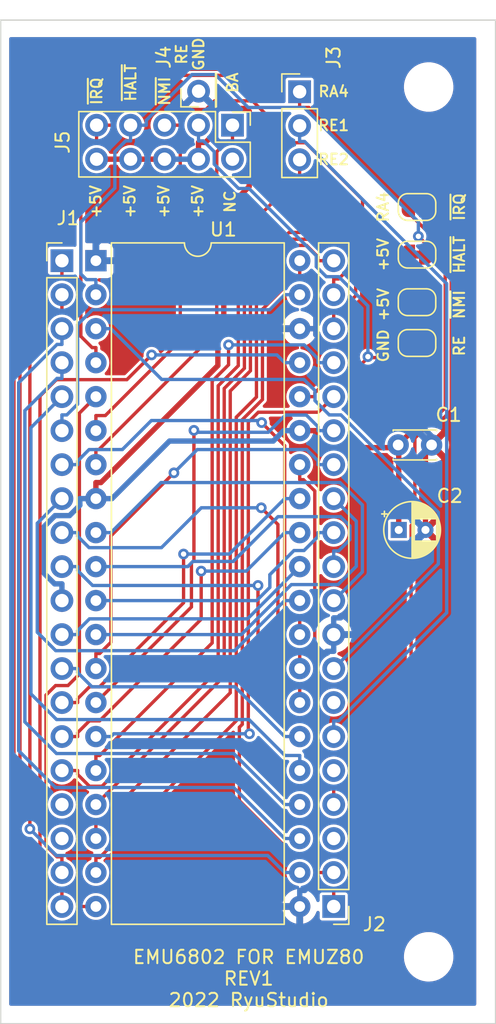
<source format=kicad_pcb>
(kicad_pcb (version 20211014) (generator pcbnew)
  (layers (0 "F.Cu" signal) (31 "B.Cu" signal) (34 "B.Paste" user) (35 "F.Paste" user) (36 "B.SilkS" user "B.Silkscreen") (37 "F.SilkS" user "F.Silkscreen") (38 "B.Mask" user) (39 "F.Mask" user) (44 "Edge.Cuts" user))
  (net 0 "")
  (net 1 "GND")
  (net 2 "/MPU_~{HALT}")
  (net 3 "/RA2")
  (net 4 "/MPU_~{IRQ}")
  (net 5 "/RA1")
  (net 6 "/MPU_~{NMI}")
  (net 7 "/MPU_BA")
  (net 8 "+5V")
  (net 9 "/RB0")
  (net 10 "/RB1")
  (net 11 "/RB2")
  (net 12 "/RB3")
  (net 13 "/RB4")
  (net 14 "/RB5")
  (net 15 "/RB6")
  (net 16 "/RB7")
  (net 17 "/RD0")
  (net 18 "/RD1")
  (net 19 "/RD2")
  (net 20 "/RD3")
  (net 21 "/RD4")
  (net 22 "/RD5")
  (net 23 "/RD6")
  (net 24 "/RD7")
  (net 25 "/RC7")
  (net 26 "/RC6")
  (net 27 "/RC5")
  (net 28 "/RC4")
  (net 29 "/RC3")
  (net 30 "/RC2")
  (net 31 "/RC1")
  (net 32 "/RC0")
  (net 33 "/RA5")
  (net 34 "/MPU_RE")
  (net 35 "/RA0")
  (net 36 "/RA3")
  (net 37 "/RE0")
  (net 38 "/RA4")
  (net 40 "/RE2")
  (net 41 "/z_NMI")
  (net 42 "/z_~{HALT}")
  (net 43 "/z_~{BUSACK}")
  (net 44 "/z_~{BUSREQ}")
  (net 45 "/RE1")
  (net 46 "/z_~{M1}")
  (footprint "Capacitor_THT:CP_Radial_D4.0mm_P2.00mm" (layer "F.Cu") (at 80.5614 88.9)
    (fp_text reference "C2")
    (fp_text value "10u")
  )
  (footprint "Jumper:SolderJumper-2_P1.3mm_Bridged_RoundedPad1.0x1.5mm" (layer "F.Cu") (at 81.93 64.77)
    (fp_text reference "JP4" hide)
    (fp_text value "J_~{IRQ}")
  )
  (footprint "Jumper:SolderJumper-2_P1.3mm_Bridged_RoundedPad1.0x1.5mm" (layer "F.Cu") (at 81.93 68.326)
    (fp_text reference "JP3" hide)
    (fp_text value "J_~{HALT}")
  )
  (footprint "myLibrary:PinHeader_1x20_P2.54mm_Narrow" (layer "F.Cu") (at 75.7 117.04 180)
    (fp_text reference "J2")
    (fp_text value "EMUZ80-B")
  )
  (footprint "Connector_PinHeader_2.54mm:PinHeader_2x05_P2.54mm_Vertical" (layer "F.Cu") (at 68.132 58.654 -90)
    (fp_text reference "J5")
    (fp_text value "Patchbay_MPU")
  )
  (footprint "Capacitor_THT:C_Disc_D3.0mm_W2.0mm_P2.50mm" (layer "F.Cu") (at 80.518 82.55)
    (fp_text reference "C1")
    (fp_text value "0.1u")
  )
  (footprint "Jumper:SolderJumper-2_P1.3mm_Bridged_RoundedPad1.0x1.5mm" (layer "F.Cu") (at 81.93 71.882)
    (fp_text reference "JP2" hide)
    (fp_text value "J_~{NMI}")
  )
  (footprint "MountingHole:MountingHole_3.2mm_M3" (layer "F.Cu") (at 82.8 120.8)
    (fp_text reference "H2" hide)
    (fp_text value "MountingHole" hide)
  )
  (footprint "Jumper:SolderJumper-2_P1.3mm_Bridged_RoundedPad1.0x1.5mm" (layer "F.Cu") (at 81.93 74.93)
    (fp_text reference "JP1" hide)
    (fp_text value "J_RE")
  )
  (footprint "Package_DIP:DIP-40_W15.24mm" (layer "F.Cu") (at 57.92 68.78)
    (fp_text reference "U1")
    (fp_text value "MC6802")
  )
  (footprint "MountingHole:MountingHole_3.2mm_M3" (layer "F.Cu") (at 82.8 55.8)
    (fp_text reference "H1" hide)
    (fp_text value "MountingHole" hide)
  )
  (footprint "Connector_PinHeader_2.54mm:PinHeader_1x01_P2.54mm_Vertical" (layer "F.Cu") (at 65.597 56.114 90)
    (fp_text reference "J4")
    (fp_text value "PatchBay_RE_GND")
  )
  (footprint "myLibrary:PinHeader_1x20_P2.54mm_Narrow" (layer "F.Cu") (at 55.38 68.78)
    (fp_text reference "J1")
    (fp_text value "EMUZ80-A")
  )
  (footprint "Connector_PinHeader_2.54mm:PinHeader_1x03_P2.54mm_Vertical" (layer "F.Cu") (at 73.152 56.154)
    (fp_text reference "J3")
    (fp_text value "Patchbay_PIC")
  )
  (gr_line (start 50.8 125.8) (end 50.8 50.8) (layer "Edge.Cuts") (width 0.1))
  (gr_line (start 50.8 50.8) (end 87.8 50.8) (layer "Edge.Cuts") (width 0.1))
  (gr_line (start 87.8 125.8) (end 50.8 125.8) (layer "Edge.Cuts") (width 0.1))
  (gr_line (start 87.8 50.8) (end 87.8 125.8) (layer "Edge.Cuts") (width 0.1))
  (gr_text "RA4" (at 79.39 64.77 90) (layer "F.SilkS") (effects (font (size 0.8 0.8))))
  (gr_text "RE" (at 85.09 75.138 90) (layer "F.SilkS") (effects (font (size 0.8 0.8))))
  (gr_text "RE" (at 64.327 53.34 90) (layer "F.SilkS") (effects (font (size 0.8 0.8))))
  (gr_text "RA4" (at 75.692 56.134) (layer "F.SilkS") (effects (font (size 0.8 0.8))))
  (gr_text "~{HALT}" (at 60.517 55.479 90) (layer "F.SilkS") (effects (font (size 0.8 0.8))))
  (gr_text "+5V" (at 65.532 64.369 90) (layer "F.SilkS") (effects (font (size 0.8 0.8))))
  (gr_text "+5V" (at 79.405 72.059998 90) (layer "F.SilkS") (effects (font (size 0.8 0.8))))
  (gr_text "+5V" (at 79.39 68.326 90) (layer "F.SilkS") (effects (font (size 0.8 0.8))))
  (gr_text "+5V" (at 62.992 64.369 90) (layer "F.SilkS") (effects (font (size 0.8 0.8))))
  (gr_text "+5V" (at 57.912 64.369 90) (layer "F.SilkS") (effects (font (size 0.8 0.8))))
  (gr_text "GND" (at 65.6 53.34 90) (layer "F.SilkS") (effects (font (size 0.8 0.8))))
  (gr_text "RE2" (at 75.692 61.214) (layer "F.SilkS") (effects (font (size 0.8 0.8))))
  (gr_text "~{IRQ}" (at 57.977 56.114 90) (layer "F.SilkS") (effects (font (size 0.8 0.8))))
  (gr_text "~{HALT}" (at 85.09 68.326 90) (layer "F.SilkS") (effects (font (size 0.8 0.8))))
  (gr_text "~{IRQ}" (at 85.09 64.77 90) (layer "F.SilkS") (effects (font (size 0.8 0.8))))
  (gr_text "+5V" (at 60.452 64.369 90) (layer "F.SilkS") (effects (font (size 0.8 0.8))))
  (gr_text "GND" (at 79.405 75.138 90) (layer "F.SilkS") (effects (font (size 0.8 0.8))))
  (gr_text "NC" (at 67.945 64.369 90) (layer "F.SilkS") (effects (font (size 0.8 0.8))))
  (gr_text "~{NMI}" (at 63.057 56.114 90) (layer "F.SilkS") (effects (font (size 0.8 0.8))))
  (gr_text "~{NMI}" (at 85.09 72.059998 90) (layer "F.SilkS") (effects (font (size 0.8 0.8))))
  (gr_text "BA" (at 68.137 55.479 90) (layer "F.SilkS") (effects (font (size 0.8 0.8))))
  (gr_text "EMU6802 FOR EMUZ80\nREV1\n2022 RyuStudio" (at 69.342 122.428) (layer "F.SilkS") (effects (font (size 1 1))))
  (gr_text "RE1" (at 75.692 58.674) (layer "F.SilkS") (effects (font (size 0.8 0.8))))
  (segment (start 83.018 82.55) (end 82.5614 83.0066) (width 0.4) (layer "F.Cu") (net 1))
  (segment (start 75.1802 75.13) (end 81.08 75.13) (width 0.4) (layer "F.Cu") (net 1))
  (segment (start 74.3603 73.86) (end 74.3603 74.3101) (width 0.4) (layer "F.Cu") (net 1))
  (segment (start 81.08 75.13) (end 81.28 74.93) (width 0.4) (layer "F.Cu") (net 1))
  (segment (start 74.3603 74.3101) (end 75.1802 75.13) (width 0.4) (layer "F.Cu") (net 1))
  (segment (start 73.16 73.86) (end 74.3603 73.86) (width 0.4) (layer "F.Cu") (net 1))
  (segment (start 82.5614 83.0066) (end 82.5614 88.9) (width 0.4) (layer "F.Cu") (net 1))
  (segment (start 68.1143 70.05) (end 61.782 63.7177) (width 0.4) (layer "B.Cu") (net 1))
  (segment (start 75.1802 75.13) (end 76.261 75.13) (width 0.4) (layer "B.Cu") (net 1))
  (segment (start 64.3024 57.4086) (end 64.3024 59.2398) (width 0.4) (layer "B.Cu") (net 1))
  (segment (start 82.5614 88.9) (end 82.5614 89.1264) (width 0.4) (layer "B.Cu") (net 1))
  (segment (start 75.7 96.72) (end 75.7 97.9703) (width 0.4) (layer "B.Cu") (net 1))
  (segment (start 73.6023 70.05) (end 68.1143 70.05) (width 0.4) (layer "B.Cu") (net 1))
  (segment (start 75.1819 97.9703) (end 75.7 97.9703) (width 0.4) (layer "B.Cu") (net 1))
  (segment (start 76.261 75.13) (end 83.018 81.887) (width 0.4) (layer "B.Cu") (net 1))
  (segment (start 64.3024 59.2398) (end 63.5986 59.9436) (width 0.4) (layer "B.Cu") (net 1))
  (segment (start 76.2181 95.4697) (end 75.7 95.4697) (width 0.4) (layer "B.Cu") (net 1))
  (segment (start 74.3603 74.3101) (end 75.1802 75.13) (width 0.4) (layer "B.Cu") (net 1))
  (segment (start 74.3603 115.0146) (end 74.3603 98.7919) (width 0.4) (layer "B.Cu") (net 1))
  (segment (start 83.018 81.887) (end 83.018 82.55) (width 0.4) (layer "B.Cu") (net 1))
  (segment (start 75.7 96.72) (end 75.7 95.4697) (width 0.4) (layer "B.Cu") (net 1))
  (segment (start 65.597 56.114) (end 64.3024 57.4086) (width 0.4) (layer "B.Cu") (net 1))
  (segment (start 74.3603 73.86) (end 74.3603 74.3101) (width 0.4) (layer "B.Cu") (net 1))
  (segment (start 74.3603 98.7919) (end 75.1819 97.9703) (width 0.4) (layer "B.Cu") (net 1))
  (segment (start 73.5352 115.8397) (end 74.3603 115.0146) (width 0.4) (layer "B.Cu") (net 1))
  (segment (start 61.782 60.6278) (end 61.782 63.7177) (width 0.4) (layer "B.Cu") (net 1))
  (segment (start 73.16 73.86) (end 74.2102 73.86) (width 0.4) (layer "B.Cu") (net 1))
  (segment (start 73.16 115.8397) (end 73.5352 115.8397) (width 0.4) (layer "B.Cu") (net 1))
  (segment (start 57.92 68.78) (end 57.92 67.5797) (width 0.4) (layer "B.Cu") (net 1))
  (segment (start 61.782 63.7177) (end 57.92 67.5797) (width 0.4) (layer "B.Cu") (net 1))
  (segment (start 73.16 117.04) (end 73.16 115.8397) (width 0.4) (layer "B.Cu") (net 1))
  (segment (start 63.5986 59.9436) (end 62.4662 59.9436) (width 0.4) (layer "B.Cu") (net 1))
  (segment (start 74.3603 70.808) (end 73.6023 70.05) (width 0.4) (layer "B.Cu") (net 1))
  (segment (start 74.2102 73.86) (end 74.3603 73.86) (width 0.4) (layer "B.Cu") (net 1))
  (segment (start 74.3603 73.86) (end 74.3603 70.808) (width 0.4) (layer "B.Cu") (net 1))
  (segment (start 62.4662 59.9436) (end 61.782 60.6278) (width 0.4) (layer "B.Cu") (net 1))
  (segment (start 82.5614 89.1264) (end 76.2181 95.4697) (width 0.4) (layer "B.Cu") (net 1))
  (segment (start 82.58 67.5093) (end 82.0291 66.9584) (width 0.25) (layer "F.Cu") (net 2))
  (segment (start 82.58 68.326) (end 82.58 67.5093) (width 0.25) (layer "F.Cu") (net 2))
  (via (at 82.0291 66.9584) (size 0.8) (drill 0.4) (layers "F.Cu" "B.Cu") (net 2))
  (segment (start 65.1047 54.8693) (end 66.8473 54.8693) (width 0.25) (layer "B.Cu") (net 2))
  (segment (start 69.3074 57.3294) (end 73.485 57.3294) (width 0.25) (layer "B.Cu") (net 2))
  (segment (start 57.92 71.32) (end 57.92 70.1947) (width 0.25) (layer "B.Cu") (net 2))
  (segment (start 59.3367 60.6372) (end 59.3367 63.3508) (width 0.25) (layer "B.Cu") (net 2))
  (segment (start 60.512 59.2416) (end 60.512 58.654) (width 0.25) (layer "B.Cu") (net 2))
  (segment (start 60.1446 59.8293) (end 59.3367 60.6372) (width 0.25) (layer "B.Cu") (net 2))
  (segment (start 56.7947 65.8928) (end 56.7947 69.7728) (width 0.25) (layer "B.Cu") (net 2))
  (segment (start 73.485 57.3294) (end 82.0291 65.8735) (width 0.25) (layer "B.Cu") (net 2))
  (segment (start 56.7947 69.7728) (end 57.2166 70.1947) (width 0.25) (layer "B.Cu") (net 2))
  (segment (start 60.512 58.654) (end 61.6873 58.654) (width 0.25) (layer "B.Cu") (net 2))
  (segment (start 61.6873 58.654) (end 61.6873 58.2867) (width 0.25) (layer "B.Cu") (net 2))
  (segment (start 66.8473 54.8693) (end 69.3074 57.3294) (width 0.25) (layer "B.Cu") (net 2))
  (segment (start 59.3367 63.3508) (end 56.7947 65.8928) (width 0.25) (layer "B.Cu") (net 2))
  (segment (start 60.512 59.2416) (end 60.512 59.8293) (width 0.25) (layer "B.Cu") (net 2))
  (segment (start 60.512 59.8293) (end 60.1446 59.8293) (width 0.25) (layer "B.Cu") (net 2))
  (segment (start 57.2166 70.1947) (end 57.92 70.1947) (width 0.25) (layer "B.Cu") (net 2))
  (segment (start 61.6873 58.2867) (end 65.1047 54.8693) (width 0.25) (layer "B.Cu") (net 2))
  (segment (start 82.0291 65.8735) (end 82.0291 66.9584) (width 0.25) (layer "B.Cu") (net 2))
  (segment (start 57.92 73.86) (end 59.0453 73.86) (width 0.25) (layer "B.Cu") (net 3))
  (segment (start 83.5231 87.588) (end 76.2397 80.3046) (width 0.25) (layer "B.Cu") (net 3))
  (segment (start 75.7 99.26) (end 83.5231 91.4369) (width 0.25) (layer "B.Cu") (net 3))
  (segment (start 83.5231 91.4369) (end 83.5231 87.588) (width 0.25) (layer "B.Cu") (net 3))
  (segment (start 74.3012 78.4842) (end 73.4712 77.6542) (width 0.25) (layer "B.Cu") (net 3))
  (segment (start 74.3012 79.2372) (end 74.3012 78.4842) (width 0.25) (layer "B.Cu") (net 3))
  (segment (start 73.4712 77.6542) (end 62.8395 77.6542) (width 0.25) (layer "B.Cu") (net 3))
  (segment (start 75.3686 80.3046) (end 74.3012 79.2372) (width 0.25) (layer "B.Cu") (net 3))
  (segment (start 76.2397 80.3046) (end 75.3686 80.3046) (width 0.25) (layer "B.Cu") (net 3))
  (segment (start 62.8395 77.6542) (end 59.0453 73.86) (width 0.25) (layer "B.Cu") (net 3))
  (segment (start 57.972 59.2416) (end 57.972 59.8293) (width 0.25) (layer "F.Cu") (net 4))
  (segment (start 62.5053 54.9287) (end 74.1033 54.9287) (width 0.25) (layer "F.Cu") (net 4))
  (segment (start 57.6047 59.8293) (end 56.7947 60.6393) (width 0.25) (layer "F.Cu") (net 4))
  (segment (start 57.972 59.8293) (end 57.6047 59.8293) (width 0.25) (layer "F.Cu") (net 4))
  (segment (start 59.1473 58.654) (end 59.1473 58.2867) (width 0.25) (layer "F.Cu") (net 4))
  (segment (start 57.92 76.4) (end 57.92 75.2747) (width 0.25) (layer "F.Cu") (net 4))
  (segment (start 82.58 63.4054) (end 82.58 64.77) (width 0.25) (layer "F.Cu") (net 4))
  (segment (start 56.7947 60.6393) (end 56.7947 74.4308) (width 0.25) (layer "F.Cu") (net 4))
  (segment (start 57.972 59.2416) (end 57.972 58.654) (width 0.25) (layer "F.Cu") (net 4))
  (segment (start 74.1033 54.9287) (end 82.58 63.4054) (width 0.25) (layer "F.Cu") (net 4))
  (segment (start 59.1473 58.2867) (end 62.5053 54.9287) (width 0.25) (layer "F.Cu") (net 4))
  (segment (start 57.972 58.654) (end 59.1473 58.654) (width 0.25) (layer "F.Cu") (net 4))
  (segment (start 56.7947 74.4308) (end 57.6386 75.2747) (width 0.25) (layer "F.Cu") (net 4))
  (segment (start 57.6386 75.2747) (end 57.92 75.2747) (width 0.25) (layer "F.Cu") (net 4))
  (segment (start 56.6853 99.6762) (end 56.6853 80.1747) (width 0.25) (layer "F.Cu") (net 5))
  (segment (start 54.1895 112.5015) (end 54.1895 101.2413) (width 0.25) (layer "F.Cu") (net 5))
  (segment (start 55.38 114.5) (end 55.38 113.3247) (width 0.25) (layer "F.Cu") (net 5))
  (segment (start 54.1895 101.2413) (end 54.9008 100.53) (width 0.25) (layer "F.Cu") (net 5))
  (segment (start 56.6853 80.1747) (end 57.92 78.94) (width 0.25) (layer "F.Cu") (net 5))
  (segment (start 54.9008 100.53) (end 55.8315 100.53) (width 0.25) (layer "F.Cu") (net 5))
  (segment (start 55.38 113.3247) (end 55.0127 113.3247) (width 0.25) (layer "F.Cu") (net 5))
  (segment (start 55.8315 100.53) (end 56.6853 99.6762) (width 0.25) (layer "F.Cu") (net 5))
  (segment (start 55.0127 113.3247) (end 54.1895 112.5015) (width 0.25) (layer "F.Cu") (net 5))
  (segment (start 65.0352 57.4787) (end 64.2273 58.2866) (width 0.25) (layer "F.Cu") (net 6))
  (segment (start 77.8498 69.8732) (end 77.8498 64.2167) (width 0.25) (layer "F.Cu") (net 6))
  (segment (start 77.8498 64.2167) (end 73.5971 59.964) (width 0.25) (layer "F.Cu") (net 6))
  (segment (start 63.052 58.654) (end 64.2273 58.654) (width 0.25) (layer "F.Cu") (net 6))
  (segment (start 80.9807 73.0041) (end 77.8498 69.8732) (width 0.25) (layer "F.Cu") (net 6))
  (segment (start 73.5971 59.964) (end 72.7567 59.964) (width 0.25) (layer "F.Cu") (net 6))
  (segment (start 66.1511 57.4787) (end 65.0352 57.4787) (width 0.25) (layer "F.Cu") (net 6))
  (segment (start 57.92 81.48) (end 57.92 80.3547) (width 0.25) (layer "F.Cu") (net 6))
  (segment (start 64.2273 74.7507) (end 58.6233 80.3547) (width 0.25) (layer "F.Cu") (net 6))
  (segment (start 69.6266 56.8339) (end 66.7959 56.8339) (width 0.25) (layer "F.Cu") (net 6))
  (segment (start 82.58 72.3334) (end 81.9093 73.0041) (width 0.25) (layer "F.Cu") (net 6))
  (segment (start 66.7959 56.8339) (end 66.1511 57.4787) (width 0.25) (layer "F.Cu") (net 6))
  (segment (start 82.58 71.882) (end 82.58 72.3334) (width 0.25) (layer "F.Cu") (net 6))
  (segment (start 72.7567 59.964) (end 69.6266 56.8339) (width 0.25) (layer "F.Cu") (net 6))
  (segment (start 64.2273 58.2866) (end 64.2273 58.654) (width 0.25) (layer "F.Cu") (net 6))
  (segment (start 81.9093 73.0041) (end 80.9807 73.0041) (width 0.25) (layer "F.Cu") (net 6))
  (segment (start 58.6233 80.3547) (end 57.92 80.3547) (width 0.25) (layer "F.Cu") (net 6))
  (segment (start 64.2273 58.654) (end 64.2273 74.7507) (width 0.25) (layer "F.Cu") (net 6))
  (segment (start 57.92 84.02) (end 57.92 82.8947) (width 0.25) (layer "F.Cu") (net 7))
  (segment (start 68.132 58.654) (end 68.132 59.8293) (width 0.25) (layer "F.Cu") (net 7))
  (segment (start 66.9567 60.6372) (end 66.9567 74.0796) (width 0.25) (layer "F.Cu") (net 7))
  (segment (start 66.9567 74.0796) (end 58.1416 82.8947) (width 0.25) (layer "F.Cu") (net 7))
  (segment (start 67.7646 59.8293) (end 66.9567 60.6372) (width 0.25) (layer "F.Cu") (net 7))
  (segment (start 68.132 59.8293) (end 67.7646 59.8293) (width 0.25) (layer "F.Cu") (net 7))
  (segment (start 58.1416 82.8947) (end 57.92 82.8947) (width 0.25) (layer "F.Cu") (net 7))
  (segment (start 60.512 61.194) (end 57.972 61.194) (width 0.4) (layer "F.Cu") (net 8))
  (segment (start 80.318 82.75) (end 80.5614 82.9934) (width 0.4) (layer "F.Cu") (net 8))
  (segment (start 67.0391 76.6157) (end 58.2951 85.3597) (width 0.4) (layer "F.Cu") (net 8))
  (segment (start 80.518 82.55) (end 80.318 82.75) (width 0.4) (layer "F.Cu") (net 8))
  (segment (start 80.318 82.75) (end 75.1329 82.75) (width 0.4) (layer "F.Cu") (net 8))
  (segment (start 81.28 71.882) (end 81.28 70.6799) (width 0.4) (layer "F.Cu") (net 8))
  (segment (start 58.2951 85.3597) (end 57.92 85.3597) (width 0.4) (layer "F.Cu") (net 8))
  (segment (start 67.4822 65.1354) (end 67.4822 74.297) (width 0.4) (layer "F.Cu") (net 8))
  (segment (start 65.592 59.9437) (end 66.1101 59.9437) (width 0.4) (layer "F.Cu") (net 8))
  (segment (start 65.592 61.194) (end 65.592 59.9437) (width 0.4) (layer "F.Cu") (net 8))
  (segment (start 67.0391 74.7401) (end 67.0391 76.6157) (width 0.4) (layer "F.Cu") (net 8))
  (segment (start 57.92 86.56) (end 57.92 85.3597) (width 0.4) (layer "F.Cu") (net 8))
  (segment (start 74.3603 81.9774) (end 74.3603 81.48) (width 0.4) (layer "F.Cu") (net 8))
  (segment (start 81.28 70.6799) (end 82.9185 70.6799) (width 0.4) (layer "F.Cu") (net 8))
  (segment (start 69.173 57.4036) (end 69.3824 57.613) (width 0.4) (layer "F.Cu") (net 8))
  (segment (start 69.3824 63.2352) (end 67.4822 65.1354) (width 0.4) (layer "F.Cu") (net 8))
  (segment (start 66.1101 59.9437) (end 66.8816 59.1722) (width 0.4) (layer "F.Cu") (net 8))
  (segment (start 67.1007 57.4036) (end 69.173 57.4036) (width 0.4) (layer "F.Cu") (net 8))
  (segment (start 80.5614 82.9934) (end 80.5614 88.9) (width 0.4) (layer "F.Cu") (net 8))
  (segment (start 75.1329 82.75) (end 74.3603 81.9774) (width 0.4) (layer "F.Cu") (net 8))
  (segment (start 69.3824 57.613) (end 69.3824 63.2352) (width 0.4) (layer "F.Cu") (net 8))
  (segment (start 67.4822 74.297) (end 67.0391 74.7401) (width 0.4) (layer "F.Cu") (net 8))
  (segment (start 73.16 81.48) (end 74.3603 81.48) (width 0.4) (layer "F.Cu") (net 8))
  (segment (start 81.28 70.6799) (end 81.28 68.326) (width 0.4) (layer "F.Cu") (net 8))
  (segment (start 63.052 61.194) (end 60.512 61.194) (width 0.4) (layer "F.Cu") (net 8))
  (segment (start 82.9185 70.6799) (end 83.4945 71.2559) (width 0.4) (layer "F.Cu") (net 8))
  (segment (start 66.8816 57.6227) (end 67.1007 57.4036) (width 0.4) (layer "F.Cu") (net 8))
  (segment (start 66.8816 59.1722) (end 66.8816 57.6227) (width 0.4) (layer "F.Cu") (net 8))
  (segment (start 83.4945 79.5735) (end 80.518 82.55) (width 0.4) (layer "F.Cu") (net 8))
  (segment (start 83.4945 71.2559) (end 83.4945 79.5735) (width 0.4) (layer "F.Cu") (net 8))
  (segment (start 63.4231 82.2572) (end 71.1825 82.2572) (width 0.4) (layer "B.Cu") (net 8))
  (segment (start 71.1825 82.2572) (end 71.9597 81.48) (width 0.4) (layer "B.Cu") (net 8))
  (segment (start 73.16 81.48) (end 71.9597 81.48) (width 0.4) (layer "B.Cu") (net 8))
  (segment (start 54.0722 92.1689) (end 54.0722 88.6218) (width 0.4) (layer "B.Cu") (net 8))
  (segment (start 57.9055 86.56) (end 56.7197 86.56) (width 0.4) (layer "B.Cu") (net 8))
  (segment (start 55.9471 87.83) (end 56.7197 87.0574) (width 0.4) (layer "B.Cu") (net 8))
  (segment (start 55.38 92.9297) (end 54.833 92.9297) (width 0.4) (layer "B.Cu") (net 8))
  (segment (start 56.7197 87.0574) (end 56.7197 86.56) (width 0.4) (layer "B.Cu") (net 8))
  (segment (start 54.0722 88.6218) (end 54.864 87.83) (width 0.4) (layer "B.Cu") (net 8))
  (segment (start 55.38 94.18) (end 55.38 92.9297) (width 0.4) (layer "B.Cu") (net 8))
  (segment (start 54.864 87.83) (end 55.9471 87.83) (width 0.4) (layer "B.Cu") (net 8))
  (segment (start 57.92 86.56) (end 59.1203 86.56) (width 0.4) (layer "B.Cu") (net 8))
  (segment (start 65.592 61.194) (end 63.052 61.194) (width 0.4) (layer "B.Cu") (net 8))
  (segment (start 54.833 92.9297) (end 54.0722 92.1689) (width 0.4) (layer "B.Cu") (net 8))
  (segment (start 59.1203 86.56) (end 63.4231 82.2572) (width 0.4) (layer "B.Cu") (net 8))
  (segment (start 57.9055 86.56) (end 57.92 86.56) (width 0.4) (layer "B.Cu") (net 8))
  (segment (start 77.8426 87.0345) (end 77.8426 92.0374) (width 0.25) (layer "B.Cu") (net 9))
  (segment (start 77.8426 92.0374) (end 75.7 94.18) (width 0.25) (layer "B.Cu") (net 9))
  (segment (start 76.1671 85.359) (end 77.8426 87.0345) (width 0.25) (layer "B.Cu") (net 9))
  (segment (start 62.7863 85.359) (end 76.1671 85.359) (width 0.25) (layer "B.Cu") (net 9))
  (segment (start 59.0453 89.1) (end 62.7863 85.359) (width 0.25) (layer "B.Cu") (net 9))
  (segment (start 57.92 89.1) (end 59.0453 89.1) (width 0.25) (layer "B.Cu") (net 9))
  (segment (start 68.1902 91.2502) (end 65.1768 91.2502) (width 0.25) (layer "B.Cu") (net 10))
  (segment (start 76.2112 87.9089) (end 71.5315 87.9089) (width 0.25) (layer "B.Cu") (net 10))
  (segment (start 57.92 91.64) (end 59.0453 91.64) (width 0.25) (layer "B.Cu") (net 10))
  (segment (start 65.1768 91.2502) (end 64.787 91.64) (width 0.25) (layer "B.Cu") (net 10))
  (segment (start 64.787 91.64) (end 59.0453 91.64) (width 0.25) (layer "B.Cu") (net 10))
  (segment (start 71.5315 87.9089) (end 68.1902 91.2502) (width 0.25) (layer "B.Cu") (net 10))
  (segment (start 75.7 90.4647) (end 76.0673 90.4647) (width 0.25) (layer "B.Cu") (net 10))
  (segment (start 76.0673 90.4647) (end 76.9113 89.6207) (width 0.25) (layer "B.Cu") (net 10))
  (segment (start 76.9113 89.6207) (end 76.9113 88.609) (width 0.25) (layer "B.Cu") (net 10))
  (segment (start 75.7 91.64) (end 75.7 90.4647) (width 0.25) (layer "B.Cu") (net 10))
  (segment (start 76.9113 88.609) (end 76.2112 87.9089) (width 0.25) (layer "B.Cu") (net 10))
  (segment (start 59.0453 94.18) (end 69.936 94.18) (width 0.25) (layer "B.Cu") (net 11))
  (segment (start 70.9257 92.2413) (end 72.7282 90.4388) (width 0.25) (layer "B.Cu") (net 11))
  (segment (start 72.7282 90.4388) (end 73.4801 90.4388) (width 0.25) (layer "B.Cu") (net 11))
  (segment (start 75.7 89.1) (end 74.5247 89.1) (width 0.25) (layer "B.Cu") (net 11))
  (segment (start 74.5247 89.3942) (end 74.5247 89.1) (width 0.25) (layer "B.Cu") (net 11))
  (segment (start 73.4801 90.4388) (end 74.5247 89.3942) (width 0.25) (layer "B.Cu") (net 11))
  (segment (start 69.936 94.18) (end 70.9257 93.1903) (width 0.25) (layer "B.Cu") (net 11))
  (segment (start 57.92 94.18) (end 59.0453 94.18) (width 0.25) (layer "B.Cu") (net 11))
  (segment (start 70.9257 93.1903) (end 70.9257 92.2413) (width 0.25) (layer "B.Cu") (net 11))
  (segment (start 72.5332 92.9839) (end 68.7971 96.72) (width 0.25) (layer "B.Cu") (net 12))
  (segment (start 76.0225 92.9839) (end 72.5332 92.9839) (width 0.25) (layer "B.Cu") (net 12))
  (segment (start 68.7971 96.72) (end 59.0453 96.72) (width 0.25) (layer "B.Cu") (net 12))
  (segment (start 77.3891 88.2491) (end 77.3891 91.6173) (width 0.25) (layer "B.Cu") (net 12))
  (segment (start 75.7 86.56) (end 77.3891 88.2491) (width 0.25) (layer "B.Cu") (net 12))
  (segment (start 57.92 96.72) (end 59.0453 96.72) (width 0.25) (layer "B.Cu") (net 12))
  (segment (start 77.3891 91.6173) (end 76.0225 92.9839) (width 0.25) (layer "B.Cu") (net 12))
  (segment (start 59.0453 89.3419) (end 59.0453 97.2908) (width 0.25) (layer "F.Cu") (net 13))
  (segment (start 59.0453 97.2908) (end 58.2014 98.1347) (width 0.25) (layer "F.Cu") (net 13))
  (segment (start 57.92 99.26) (end 57.92 98.1347) (width 0.25) (layer "F.Cu") (net 13))
  (segment (start 63.7543 84.6329) (end 59.0453 89.3419) (width 0.25) (layer "F.Cu") (net 13))
  (segment (start 58.2014 98.1347) (end 57.92 98.1347) (width 0.25) (layer "F.Cu") (net 13))
  (via (at 63.7543 84.6329) (size 0.8) (drill 0.4) (layers "F.Cu" "B.Cu") (net 13))
  (segment (start 74.5247 84.02) (end 74.5247 83.7381) (width 0.25) (layer "B.Cu") (net 13))
  (segment (start 73.6793 82.8927) (end 65.4945 82.8927) (width 0.25) (layer "B.Cu") (net 13))
  (segment (start 65.4945 82.8927) (end 63.7543 84.6329) (width 0.25) (layer "B.Cu") (net 13))
  (segment (start 74.5247 83.7381) (end 73.6793 82.8927) (width 0.25) (layer "B.Cu") (net 13))
  (segment (start 75.7 84.02) (end 74.5247 84.02) (width 0.25) (layer "B.Cu") (net 13))
  (segment (start 65.0629 91.3641) (end 65.0629 94.6571) (width 0.25) (layer "F.Cu") (net 14))
  (segment (start 65.0629 94.6571) (end 57.92 101.8) (width 0.25) (layer "F.Cu") (net 14))
  (segment (start 65.2494 91.1776) (end 65.0629 91.3641) (width 0.25) (layer "F.Cu") (net 14))
  (segment (start 65.2494 81.4569) (end 65.2494 91.1776) (width 0.25) (layer "F.Cu") (net 14))
  (via (at 65.2494 81.4569) (size 0.8) (drill 0.4) (layers "F.Cu" "B.Cu") (net 14))
  (segment (start 65.2494 81.4569) (end 65.3958 81.6033) (width 0.25) (layer "B.Cu") (net 14))
  (segment (start 70.8083 81.6033) (end 72.0977 80.3139) (width 0.25) (layer "B.Cu") (net 14))
  (segment (start 75.7 81.48) (end 74.5247 81.48) (width 0.25) (layer "B.Cu") (net 14))
  (segment (start 74.5247 81.1884) (end 74.5247 81.48) (width 0.25) (layer "B.Cu") (net 14))
  (segment (start 73.6502 80.3139) (end 74.5247 81.1884) (width 0.25) (layer "B.Cu") (net 14))
  (segment (start 72.0977 80.3139) (end 73.6502 80.3139) (width 0.25) (layer "B.Cu") (net 14))
  (segment (start 65.3958 81.6033) (end 70.8083 81.6033) (width 0.25) (layer "B.Cu") (net 14))
  (segment (start 75.7 78.94) (end 74.5362 80.1038) (width 0.25) (layer "F.Cu") (net 15))
  (segment (start 70.0611 80.1038) (end 69.3147 80.8502) (width 0.25) (layer "F.Cu") (net 15))
  (segment (start 69.3147 80.8502) (end 69.3147 104.0442) (width 0.25) (layer "F.Cu") (net 15))
  (segment (start 74.5362 80.1038) (end 70.0611 80.1038) (width 0.25) (layer "F.Cu") (net 15))
  (segment (start 69.3147 104.0442) (end 69.402 104.1315) (width 0.25) (layer "F.Cu") (net 15))
  (via (at 69.402 104.1315) (size 0.8) (drill 0.4) (layers "F.Cu" "B.Cu") (net 15))
  (segment (start 59.2538 104.1315) (end 69.402 104.1315) (width 0.25) (layer "B.Cu") (net 15))
  (segment (start 59.0453 104.34) (end 59.2538 104.1315) (width 0.25) (layer "B.Cu") (net 15))
  (segment (start 57.92 104.34) (end 59.0453 104.34) (width 0.25) (layer "B.Cu") (net 15))
  (segment (start 57.92 106.88) (end 57.92 105.7547) (width 0.25) (layer "F.Cu") (net 16))
  (segment (start 67.8394 76.5584) (end 66.6129 77.7849) (width 0.25) (layer "F.Cu") (net 16))
  (segment (start 66.6129 77.7849) (end 66.6129 97.3431) (width 0.25) (layer "F.Cu") (net 16))
  (segment (start 67.8394 75.0715) (end 67.8394 76.5584) (width 0.25) (layer "F.Cu") (net 16))
  (segment (start 58.2013 105.7547) (end 57.92 105.7547) (width 0.25) (layer "F.Cu") (net 16))
  (segment (start 66.6129 97.3431) (end 58.2013 105.7547) (width 0.25) (layer "F.Cu") (net 16))
  (via (at 67.8394 75.0715) (size 0.8) (drill 0.4) (layers "F.Cu" "B.Cu") (net 16))
  (segment (start 74.5247 76.4) (end 74.5247 76.1062) (width 0.25) (layer "B.Cu") (net 16))
  (segment (start 74.5247 76.1062) (end 73.49 75.0715) (width 0.25) (layer "B.Cu") (net 16))
  (segment (start 75.7 76.4) (end 74.5247 76.4) (width 0.25) (layer "B.Cu") (net 16))
  (segment (start 73.49 75.0715) (end 67.8394 75.0715) (width 0.25) (layer "B.Cu") (net 16))
  (segment (start 75.9009 66.6688) (end 72.3602 66.6688) (width 0.25) (layer "F.Cu") (net 17))
  (segment (start 69.0222 70.0068) (end 69.0222 76.8212) (width 0.25) (layer "F.Cu") (net 17))
  (segment (start 69.0222 76.8212) (end 67.5135 78.3299) (width 0.25) (layer "F.Cu") (net 17))
  (segment (start 77.3425 68.1104) (end 75.9009 66.6688) (width 0.25) (layer "F.Cu") (net 17))
  (segment (start 75.7 73.86) (end 75.7 72.6847) (width 0.25) (layer "F.Cu") (net 17))
  (segment (start 67.5135 78.3299) (end 67.5135 99.8265) (width 0.25) (layer "F.Cu") (net 17))
  (segment (start 67.5135 99.8265) (end 57.92 109.42) (width 0.25) (layer "F.Cu") (net 17))
  (segment (start 77.3425 71.4095) (end 77.3425 68.1104) (width 0.25) (layer "F.Cu") (net 17))
  (segment (start 76.0673 72.6847) (end 77.3425 71.4095) (width 0.25) (layer "F.Cu") (net 17))
  (segment (start 72.3602 66.6688) (end 69.0222 70.0068) (width 0.25) (layer "F.Cu") (net 17))
  (segment (start 75.7 72.6847) (end 76.0673 72.6847) (width 0.25) (layer "F.Cu") (net 17))
  (segment (start 75.7 71.32) (end 75.7 70.1447) (width 0.25) (layer "F.Cu") (net 18))
  (segment (start 69.4725 77.0078) (end 67.9638 78.5165) (width 0.25) (layer "F.Cu") (net 18))
  (segment (start 75.7 70.1447) (end 76.0673 70.1447) (width 0.25) (layer "F.Cu") (net 18))
  (segment (start 72.4905 67.1754) (end 69.4725 70.1934) (width 0.25) (layer "F.Cu") (net 18))
  (segment (start 67.9638 78.5165) (end 67.9638 101.0722) (width 0.25) (layer "F.Cu") (net 18))
  (segment (start 69.4725 70.1934) (end 69.4725 77.0078) (width 0.25) (layer "F.Cu") (net 18))
  (segment (start 58.2013 110.8347) (end 57.92 110.8347) (width 0.25) (layer "F.Cu") (net 18))
  (segment (start 76.0673 70.1447) (end 76.8922 69.3198) (width 0.25) (layer "F.Cu") (net 18))
  (segment (start 76.8922 69.3198) (end 76.8922 68.297) (width 0.25) (layer "F.Cu") (net 18))
  (segment (start 75.7706 67.1754) (end 72.4905 67.1754) (width 0.25) (layer "F.Cu") (net 18))
  (segment (start 76.8922 68.297) (end 75.7706 67.1754) (width 0.25) (layer "F.Cu") (net 18))
  (segment (start 57.92 111.96) (end 57.92 110.8347) (width 0.25) (layer "F.Cu") (net 18))
  (segment (start 67.9638 101.0722) (end 58.2013 110.8347) (width 0.25) (layer "F.Cu") (net 18))
  (segment (start 68.4141 103.162) (end 58.2014 113.3747) (width 0.25) (layer "F.Cu") (net 19))
  (segment (start 74.5247 68.78) (end 74.5247 68.4941) (width 0.25) (layer "F.Cu") (net 19))
  (segment (start 69.9228 70.38) (end 69.9228 78.9683) (width 0.25) (layer "F.Cu") (net 19))
  (segment (start 74.5247 68.4941) (end 73.6661 67.6355) (width 0.25) (layer "F.Cu") (net 19))
  (segment (start 69.9228 78.9683) (end 68.4141 80.477) (width 0.25) (layer "F.Cu") (net 19))
  (segment (start 57.92 114.5) (end 57.92 113.3747) (width 0.25) (layer "F.Cu") (net 19))
  (segment (start 75.7 68.78) (end 74.5247 68.78) (width 0.25) (layer "F.Cu") (net 19))
  (segment (start 58.2014 113.3747) (end 57.92 113.3747) (width 0.25) (layer "F.Cu") (net 19))
  (segment (start 68.4141 80.477) (end 68.4141 103.162) (width 0.25) (layer "F.Cu") (net 19))
  (segment (start 73.6661 67.6355) (end 72.6673 67.6355) (width 0.25) (layer "F.Cu") (net 19))
  (segment (start 72.6673 67.6355) (end 69.9228 70.38) (width 0.25) (layer "F.Cu") (net 19))
  (segment (start 55.8617 118.2543) (end 56.7947 117.3213) (width 0.25) (layer "F.Cu") (net 20))
  (segment (start 55.38 69.9553) (end 55.0127 69.9553) (width 0.25) (layer "F.Cu") (net 20))
  (segment (start 52.2428 72.7252) (end 52.2428 115.5719) (width 0.25) (layer "F.Cu") (net 20))
  (segment (start 57.92 117.04) (end 56.7947 117.04) (width 0.25) (layer "F.Cu") (net 20))
  (segment (start 52.2428 115.5719) (end 54.9252 118.2543) (width 0.25) (layer "F.Cu") (net 20))
  (segment (start 55.0127 69.9553) (end 52.2428 72.7252) (width 0.25) (layer "F.Cu") (net 20))
  (segment (start 54.9252 118.2543) (end 55.8617 118.2543) (width 0.25) (layer "F.Cu") (net 20))
  (segment (start 55.38 68.78) (end 55.38 69.9553) (width 0.25) (layer "F.Cu") (net 20))
  (segment (start 56.7947 117.3213) (end 56.7947 117.04) (width 0.25) (layer "F.Cu") (net 20))
  (segment (start 55.0127 72.4953) (end 52.9839 74.5241) (width 0.25) (layer "F.Cu") (net 21))
  (segment (start 52.9839 74.5241) (end 52.9839 111.2395) (width 0.25) (layer "F.Cu") (net 21))
  (segment (start 55.38 72.4953) (end 55.0127 72.4953) (width 0.25) (layer "F.Cu") (net 21))
  (segment (start 55.38 71.32) (end 55.38 72.4953) (width 0.25) (layer "F.Cu") (net 21))
  (via (at 52.9839 111.2395) (size 0.8) (drill 0.4) (layers "F.Cu" "B.Cu") (net 21))
  (segment (start 52.9839 111.2395) (end 54.9744 113.23) (width 0.25) (layer "B.Cu") (net 21))
  (segment (start 73.16 114.5) (end 72.0347 114.5) (width 0.25) (layer "B.Cu") (net 21))
  (segment (start 54.9744 113.23) (end 70.7647 113.23) (width 0.25) (layer "B.Cu") (net 21))
  (segment (start 70.7647 113.23) (end 72.0347 114.5) (width 0.25) (layer "B.Cu") (net 21))
  (segment (start 73.16 111.96) (end 72.0347 111.96) (width 0.25) (layer "B.Cu") (net 22))
  (segment (start 52.1427 105.394) (end 54.8987 108.15) (width 0.25) (layer "B.Cu") (net 22))
  (segment (start 52.1427 77.9053) (end 52.1427 105.394) (width 0.25) (layer "B.Cu") (net 22))
  (segment (start 54.8987 108.15) (end 68.2247 108.15) (width 0.25) (layer "B.Cu") (net 22))
  (segment (start 68.2247 108.15) (end 72.0347 111.96) (width 0.25) (layer "B.Cu") (net 22))
  (segment (start 55.38 73.86) (end 55.38 75.0353) (width 0.25) (layer "B.Cu") (net 22))
  (segment (start 55.38 75.0353) (end 55.0127 75.0353) (width 0.25) (layer "B.Cu") (net 22))
  (segment (start 55.0127 75.0353) (end 52.1427 77.9053) (width 0.25) (layer "B.Cu") (net 22))
  (segment (start 54.9745 105.61) (end 52.6107 103.2462) (width 0.25) (layer "B.Cu") (net 23))
  (segment (start 55.0127 77.5753) (end 55.38 77.5753) (width 0.25) (layer "B.Cu") (net 23))
  (segment (start 52.6107 103.2462) (end 52.6107 79.9773) (width 0.25) (layer "B.Cu") (net 23))
  (segment (start 73.16 109.42) (end 72.0347 109.42) (width 0.25) (layer "B.Cu") (net 23))
  (segment (start 52.6107 79.9773) (end 55.0127 77.5753) (width 0.25) (layer "B.Cu") (net 23))
  (segment (start 55.38 76.4) (end 55.38 77.5753) (width 0.25) (layer "B.Cu") (net 23))
  (segment (start 72.0347 109.42) (end 68.2247 105.61) (width 0.25) (layer "B.Cu") (net 23))
  (segment (start 68.2247 105.61) (end 54.9745 105.61) (width 0.25) (layer "B.Cu") (net 23))
  (segment (start 73.16 106.88) (end 73.16 105.7547) (width 0.25) (layer "B.Cu") (net 24))
  (segment (start 72.0513 105.7547) (end 73.16 105.7547) (width 0.25) (layer "B.Cu") (net 24))
  (segment (start 54.9809 103.07) (end 69.3666 103.07) (width 0.25) (layer "B.Cu") (net 24))
  (segment (start 53.061 81.259) (end 53.061 101.1501) (width 0.25) (layer "B.Cu") (net 24))
  (segment (start 69.3666 103.07) (end 72.0513 105.7547) (width 0.25) (layer "B.Cu") (net 24))
  (segment (start 55.38 78.94) (end 53.061 81.259) (width 0.25) (layer "B.Cu") (net 24))
  (segment (start 53.061 101.1501) (end 54.9809 103.07) (width 0.25) (layer "B.Cu") (net 24))
  (segment (start 56.5553 99.26) (end 56.5553 99.5539) (width 0.25) (layer "B.Cu") (net 25))
  (segment (start 73.16 104.34) (end 72.0347 104.34) (width 0.25) (layer "B.Cu") (net 25))
  (segment (start 57.6233 100.6219) (end 68.3166 100.6219) (width 0.25) (layer "B.Cu") (net 25))
  (segment (start 68.3166 100.6219) (end 72.0347 104.34) (width 0.25) (layer "B.Cu") (net 25))
  (segment (start 56.5553 99.5539) (end 57.6233 100.6219) (width 0.25) (layer "B.Cu") (net 25))
  (segment (start 55.38 99.26) (end 56.5553 99.26) (width 0.25) (layer "B.Cu") (net 25))
  (segment (start 72.8787 100.6747) (end 73.16 100.6747) (width 0.25) (layer "F.Cu") (net 26))
  (segment (start 70.04 97.836) (end 72.8787 100.6747) (width 0.25) (layer "F.Cu") (net 26))
  (segment (start 73.16 101.8) (end 73.16 100.6747) (width 0.25) (layer "F.Cu") (net 26))
  (segment (start 70.04 93.0502) (end 70.04 97.836) (width 0.25) (layer "F.Cu") (net 26))
  (via (at 70.04 93.0502) (size 0.8) (drill 0.4) (layers "F.Cu" "B.Cu") (net 26))
  (segment (start 56.5553 91.64) (end 56.5553 91.9338) (width 0.25) (layer "B.Cu") (net 26))
  (segment (start 55.38 91.64) (end 56.5553 91.64) (width 0.25) (layer "B.Cu") (net 26))
  (segment (start 57.6717 93.0502) (end 70.04 93.0502) (width 0.25) (layer "B.Cu") (net 26))
  (segment (start 56.5553 91.9338) (end 57.6717 93.0502) (width 0.25) (layer "B.Cu") (net 26))
  (segment (start 71.5282 88.4891) (end 71.5282 96.7843) (width 0.25) (layer "F.Cu") (net 27))
  (segment (start 73.16 99.26) (end 73.16 98.1347) (width 0.25) (layer "F.Cu") (net 27))
  (segment (start 71.5282 96.7843) (end 72.8786 98.1347) (width 0.25) (layer "F.Cu") (net 27))
  (segment (start 70.2835 87.2444) (end 71.5282 88.4891) (width 0.25) (layer "F.Cu") (net 27))
  (segment (start 72.8786 98.1347) (end 73.16 98.1347) (width 0.25) (layer "F.Cu") (net 27))
  (via (at 70.2835 87.2444) (size 0.8) (drill 0.4) (layers "F.Cu" "B.Cu") (net 27))
  (segment (start 65.7996 87.2444) (end 70.2835 87.2444) (width 0.25) (layer "B.Cu") (net 27))
  (segment (start 57.4117 90.2254) (end 62.8186 90.2254) (width 0.25) (layer "B.Cu") (net 27))
  (segment (start 56.5553 89.1) (end 56.5553 89.369) (width 0.25) (layer "B.Cu") (net 27))
  (segment (start 55.38 89.1) (end 56.5553 89.1) (width 0.25) (layer "B.Cu") (net 27))
  (segment (start 62.8186 90.2254) (end 65.7996 87.2444) (width 0.25) (layer "B.Cu") (net 27))
  (segment (start 56.5553 89.369) (end 57.4117 90.2254) (width 0.25) (layer "B.Cu") (net 27))
  (segment (start 72.0347 82.6001) (end 72.0347 94.7508) (width 0.25) (layer "F.Cu") (net 28))
  (segment (start 73.16 96.72) (end 73.16 95.5947) (width 0.25) (layer "F.Cu") (net 28))
  (segment (start 70.3126 80.878) (end 72.0347 82.6001) (width 0.25) (layer "F.Cu") (net 28))
  (segment (start 72.0347 94.7508) (end 72.8786 95.5947) (width 0.25) (layer "F.Cu") (net 28))
  (segment (start 72.8786 95.5947) (end 73.16 95.5947) (width 0.25) (layer "F.Cu") (net 28))
  (via (at 70.3126 80.878) (size 0.8) (drill 0.4) (layers "F.Cu" "B.Cu") (net 28))
  (segment (start 59.8967 82.8946) (end 62.0671 80.7242) (width 0.25) (layer "B.Cu") (net 28))
  (segment (start 55.38 84.02) (end 56.5553 84.02) (width 0.25) (layer "B.Cu") (net 28))
  (segment (start 57.4117 82.8946) (end 59.8967 82.8946) (width 0.25) (layer "B.Cu") (net 28))
  (segment (start 56.5553 83.751) (end 57.4117 82.8946) (width 0.25) (layer "B.Cu") (net 28))
  (segment (start 56.5553 84.02) (end 56.5553 83.751) (width 0.25) (layer "B.Cu") (net 28))
  (segment (start 62.0671 80.7242) (end 70.1588 80.7242) (width 0.25) (layer "B.Cu") (net 28))
  (segment (start 70.1588 80.7242) (end 70.3126 80.878) (width 0.25) (layer "B.Cu") (net 28))
  (segment (start 73.16 94.18) (end 72.0347 94.18) (width 0.25) (layer "B.Cu") (net 29))
  (segment (start 68.2921 97.9226) (end 72.0347 94.18) (width 0.25) (layer "B.Cu") (net 29))
  (segment (start 54.9184 97.9226) (end 68.2921 97.9226) (width 0.25) (layer "B.Cu") (net 29))
  (segment (start 53.5369 96.5411) (end 54.9184 97.9226) (width 0.25) (layer "B.Cu") (net 29))
  (segment (start 53.5369 88.4031) (end 53.5369 96.5411) (width 0.25) (layer "B.Cu") (net 29))
  (segment (start 55.38 86.56) (end 53.5369 88.4031) (width 0.25) (layer "B.Cu") (net 29))
  (segment (start 56.5553 96.4261) (end 57.4367 95.5447) (width 0.25) (layer "B.Cu") (net 30))
  (segment (start 57.4367 95.5447) (end 69.2553 95.5447) (width 0.25) (layer "B.Cu") (net 30))
  (segment (start 69.2553 95.5447) (end 73.16 91.64) (width 0.25) (layer "B.Cu") (net 30))
  (segment (start 55.38 96.72) (end 56.5553 96.72) (width 0.25) (layer "B.Cu") (net 30))
  (segment (start 56.5553 96.72) (end 56.5553 96.4261) (width 0.25) (layer "B.Cu") (net 30))
  (segment (start 57.4367 103.1647) (end 58.1972 103.1647) (width 0.25) (layer "F.Cu") (net 31))
  (segment (start 56.5553 104.0461) (end 57.4367 103.1647) (width 0.25) (layer "F.Cu") (net 31))
  (segment (start 56.5553 104.34) (end 56.5553 104.0461) (width 0.25) (layer "F.Cu") (net 31))
  (segment (start 55.38 104.34) (end 56.5553 104.34) (width 0.25) (layer "F.Cu") (net 31))
  (segment (start 58.1972 103.1647) (end 65.7919 95.57) (width 0.25) (layer "F.Cu") (net 31))
  (segment (start 65.7919 95.57) (end 65.7919 91.9755) (width 0.25) (layer "F.Cu") (net 31))
  (via (at 65.7919 91.9755) (size 0.8) (drill 0.4) (layers "F.Cu" "B.Cu") (net 31))
  (segment (start 72.0347 89.1) (end 69.1592 91.9755) (width 0.25) (layer "B.Cu") (net 31))
  (segment (start 73.16 89.1) (end 72.0347 89.1) (width 0.25) (layer "B.Cu") (net 31))
  (segment (start 69.1592 91.9755) (end 65.7919 91.9755) (width 0.25) (layer "B.Cu") (net 31))
  (segment (start 55.38 101.8) (end 56.5553 101.8) (width 0.25) (layer "F.Cu") (net 32))
  (segment (start 57.4367 100.6247) (end 56.5553 101.5061) (width 0.25) (layer "F.Cu") (net 32))
  (segment (start 58.1934 100.6247) (end 57.4367 100.6247) (width 0.25) (layer "F.Cu") (net 32))
  (segment (start 56.5553 101.5061) (end 56.5553 101.8) (width 0.25) (layer "F.Cu") (net 32))
  (segment (start 64.4751 90.7012) (end 64.4751 94.343) (width 0.25) (layer "F.Cu") (net 32))
  (segment (start 64.4751 94.343) (end 58.1934 100.6247) (width 0.25) (layer "F.Cu") (net 32))
  (via (at 64.4751 90.7012) (size 0.8) (drill 0.4) (layers "F.Cu" "B.Cu") (net 32))
  (segment (start 64.4751 90.7012) (end 67.8935 90.7012) (width 0.25) (layer "B.Cu") (net 32))
  (segment (start 67.8935 90.7012) (end 72.0347 86.56) (width 0.25) (layer "B.Cu") (net 32))
  (segment (start 73.16 86.56) (end 72.0347 86.56) (width 0.25) (layer "B.Cu") (net 32))
  (segment (start 75.2163 113.23) (end 74.2853 112.299) (width 0.25) (layer "F.Cu") (net 33))
  (segment (start 76.0673 115.8647) (end 76.9088 115.0232) (width 0.25) (layer "F.Cu") (net 33))
  (segment (start 74.2853 85.9892) (end 73.4414 85.1453) (width 0.25) (layer "F.Cu") (net 33))
  (segment (start 74.2853 112.299) (end 74.2853 85.9892) (width 0.25) (layer "F.Cu") (net 33))
  (segment (start 75.7 117.04) (end 75.7 115.8647) (width 0.25) (layer "F.Cu") (net 33))
  (segment (start 76.1057 113.23) (end 75.2163 113.23) (width 0.25) (layer "F.Cu") (net 33))
  (segment (start 73.16 84.02) (end 73.16 85.1453) (width 0.25) (layer "F.Cu") (net 33))
  (segment (start 76.9088 114.0331) (end 76.1057 113.23) (width 0.25) (layer "F.Cu") (net 33))
  (segment (start 75.7 115.8647) (end 76.0673 115.8647) (width 0.25) (layer "F.Cu") (net 33))
  (segment (start 73.4414 85.1453) (end 73.16 85.1453) (width 0.25) (layer "F.Cu") (net 33))
  (segment (start 76.9088 115.0232) (end 76.9088 114.0331) (width 0.25) (layer "F.Cu") (net 33))
  (segment (start 78.2579 76.0227) (end 78.2579 75.9507) (width 0.25) (layer "F.Cu") (net 34))
  (segment (start 74.2853 78.94) (end 74.2853 78.6587) (width 0.25) (layer "F.Cu") (net 34))
  (segment (start 82.58 74.93) (end 82.58 75.3405) (width 0.25) (layer "F.Cu") (net 34))
  (segment (start 74.2853 78.6587) (end 75.274 77.67) (width 0.25) (layer "F.Cu") (net 34))
  (segment (start 81.8978 76.0227) (end 78.2579 76.0227) (width 0.25) (layer "F.Cu") (net 34))
  (segment (start 75.274 77.67) (end 76.6106 77.67) (width 0.25) (layer "F.Cu") (net 34))
  (segment (start 82.58 75.3405) (end 81.8978 76.0227) (width 0.25) (layer "F.Cu") (net 34))
  (segment (start 73.16 78.94) (end 74.2853 78.94) (width 0.25) (layer "F.Cu") (net 34))
  (segment (start 76.6106 77.67) (end 78.2579 76.0227) (width 0.25) (layer "F.Cu") (net 34))
  (via (at 78.2579 75.9507) (size 0.8) (drill 0.4) (layers "F.Cu" "B.Cu") (net 34))
  (segment (start 69.3673 63.382) (end 74.3947 68.4094) (width 0.25) (layer "B.Cu") (net 34))
  (segment (start 65.592 58.654) (end 65.592 59.8293) (width 0.25) (layer "B.Cu") (net 34))
  (segment (start 74.3947 68.4094) (end 74.3947 69.2181) (width 0.25) (layer "B.Cu") (net 34))
  (segment (start 76.0739 69.9752) (end 78.2579 72.1592) (width 0.25) (layer "B.Cu") (net 34))
  (segment (start 66.7673 61.5675) (end 68.5818 63.382) (width 0.25) (layer "B.Cu") (net 34))
  (segment (start 65.592 59.8293) (end 65.9594 59.8293) (width 0.25) (layer "B.Cu") (net 34))
  (segment (start 66.7673 60.6372) (end 66.7673 61.5675) (width 0.25) (layer "B.Cu") (net 34))
  (segment (start 68.5818 63.382) (end 69.3673 63.382) (width 0.25) (layer "B.Cu") (net 34))
  (segment (start 74.3947 69.2181) (end 75.1518 69.9752) (width 0.25) (layer "B.Cu") (net 34))
  (segment (start 65.9594 59.8293) (end 66.7673 60.6372) (width 0.25) (layer "B.Cu") (net 34))
  (segment (start 75.1518 69.9752) (end 76.0739 69.9752) (width 0.25) (layer "B.Cu") (net 34))
  (segment (start 78.2579 72.1592) (end 78.2579 75.9507) (width 0.25) (layer "B.Cu") (net 34))
  (segment (start 55.0127 115.8647) (end 53.7392 114.5912) (width 0.25) (layer "F.Cu") (net 35))
  (segment (start 54.9665 77.67) (end 60.2363 77.67) (width 0.25) (layer "F.Cu") (net 35))
  (segment (start 53.7392 78.8973) (end 54.9665 77.67) (width 0.25) (layer "F.Cu") (net 35))
  (segment (start 60.2363 77.67) (end 62.0855 75.8208) (width 0.25) (layer "F.Cu") (net 35))
  (segment (start 55.38 115.8647) (end 55.0127 115.8647) (width 0.25) (layer "F.Cu") (net 35))
  (segment (start 55.38 117.04) (end 55.38 115.8647) (width 0.25) (layer "F.Cu") (net 35))
  (segment (start 53.7392 114.5912) (end 53.7392 78.8973) (width 0.25) (layer "F.Cu") (net 35))
  (via (at 62.0855 75.8208) (size 0.8) (drill 0.4) (layers "F.Cu" "B.Cu") (net 35))
  (segment (start 72.0347 76.4) (end 71.4555 75.8208) (width 0.25) (layer "B.Cu") (net 35))
  (segment (start 71.4555 75.8208) (end 62.0855 75.8208) (width 0.25) (layer "B.Cu") (net 35))
  (segment (start 73.16 76.4) (end 72.0347 76.4) (width 0.25) (layer "B.Cu") (net 35))
  (segment (start 70.9094 72.4453) (end 57.6599 72.4453) (width 0.25) (layer "B.Cu") (net 36))
  (segment (start 72.0347 71.32) (end 70.9094 72.4453) (width 0.25) (layer "B.Cu") (net 36))
  (segment (start 55.38 81.48) (end 55.38 80.3047) (width 0.25) (layer "B.Cu") (net 36))
  (segment (start 56.5553 79.4968) (end 55.7474 80.3047) (width 0.25) (layer "B.Cu") (net 36))
  (segment (start 73.16 71.32) (end 72.0347 71.32) (width 0.25) (layer "B.Cu") (net 36))
  (segment (start 55.7474 80.3047) (end 55.38 80.3047) (width 0.25) (layer "B.Cu") (net 36))
  (segment (start 57.6599 72.4453) (end 56.5553 73.5499) (width 0.25) (layer "B.Cu") (net 36))
  (segment (start 56.5553 73.5499) (end 56.5553 79.4968) (width 0.25) (layer "B.Cu") (net 36))
  (segment (start 75.7 114.5) (end 74.5247 114.5) (width 0.25) (layer "F.Cu") (net 37))
  (segment (start 70.3731 79.1549) (end 68.8644 80.6636) (width 0.25) (layer "F.Cu") (net 37))
  (segment (start 68.8644 103.4297) (end 68.6462 103.6479) (width 0.25) (layer "F.Cu") (net 37))
  (segment (start 72.8787 69.9053) (end 70.3731 72.4109) (width 0.25) (layer "F.Cu") (net 37))
  (segment (start 68.6462 103.6479) (end 68.6462 109.1335) (width 0.25) (layer "F.Cu") (net 37))
  (segment (start 68.6462 109.1335) (end 72.8374 113.3247) (width 0.25) (layer "F.Cu") (net 37))
  (segment (start 74.5247 114.2061) (end 74.5247 114.5) (width 0.25) (layer "F.Cu") (net 37))
  (segment (start 70.3731 72.4109) (end 70.3731 79.1549) (width 0.25) (layer "F.Cu") (net 37))
  (segment (start 73.16 68.78) (end 73.16 69.9053) (width 0.25) (layer "F.Cu") (net 37))
  (segment (start 72.8374 113.3247) (end 73.6433 113.3247) (width 0.25) (layer "F.Cu") (net 37))
  (segment (start 73.16 69.9053) (end 72.8787 69.9053) (width 0.25) (layer "F.Cu") (net 37))
  (segment (start 68.8644 80.6636) (end 68.8644 103.4297) (width 0.25) (layer "F.Cu") (net 37))
  (segment (start 73.6433 113.3247) (end 74.5247 114.2061) (width 0.25) (layer "F.Cu") (net 37))
  (segment (start 81.28 65.1802) (end 84.0358 67.936) (width 0.25) (layer "F.Cu") (net 38))
  (segment (start 81.28 64.77) (end 81.28 65.1802) (width 0.25) (layer "F.Cu") (net 38))
  (segment (start 81.4868 102.8252) (end 76.0673 108.2447) (width 0.25) (layer "F.Cu") (net 38))
  (segment (start 76.0673 108.2447) (end 75.7 108.2447) (width 0.25) (layer "F.Cu") (net 38))
  (segment (start 81.4868 88.5744) (end 81.4868 102.8252) (width 0.25) (layer "F.Cu") (net 38))
  (segment (start 81.768 82.043) (end 81.768 88.2932) (width 0.25) (layer "F.Cu") (net 38))
  (segment (start 81.768 88.2932) (end 81.4868 88.5744) (width 0.25) (layer "F.Cu") (net 38))
  (segment (start 73.8393 57.3293) (end 81.28 64.77) (width 0.25) (layer "F.Cu") (net 38))
  (segment (start 84.0358 79.7752) (end 81.768 82.043) (width 0.25) (layer "F.Cu") (net 38))
  (segment (start 73.152 57.3293) (end 73.8393 57.3293) (width 0.25) (layer "F.Cu") (net 38))
  (segment (start 84.0358 67.936) (end 84.0358 79.7752) (width 0.25) (layer "F.Cu") (net 38))
  (segment (start 73.152 56.154) (end 73.152 57.3293) (width 0.25) (layer "F.Cu") (net 38))
  (segment (start 75.7 109.42) (end 75.7 108.2447) (width 0.25) (layer "F.Cu") (net 38))
  (segment (start 58.3754 108.0553) (end 57.4367 108.0553) (width 0.25) (layer "F.Cu") (net 40))
  (segment (start 67.0632 78.1291) (end 67.0632 99.3675) (width 0.25) (layer "F.Cu") (net 40))
  (segment (start 56.5553 107.1739) (end 56.5553 106.88) (width 0.25) (layer "F.Cu") (net 40))
  (segment (start 57.4367 108.0553) (end 56.5553 107.1739) (width 0.25) (layer "F.Cu") (net 40))
  (segment (start 73.152 61.234) (end 73.152 62.4093) (width 0.25) (layer "F.Cu") (net 40))
  (segment (start 68.5647 66.9966) (end 68.5647 76.6276) (width 0.25) (layer "F.Cu") (net 40))
  (segment (start 73.152 62.4093) (end 68.5647 66.9966) (width 0.25) (layer "F.Cu") (net 40))
  (segment (start 67.0632 99.3675) (end 58.3754 108.0553) (width 0.25) (layer "F.Cu") (net 40))
  (segment (start 68.5647 76.6276) (end 67.0632 78.1291) (width 0.25) (layer "F.Cu") (net 40))
  (segment (start 55.38 106.88) (end 56.5553 106.88) (width 0.25) (layer "F.Cu") (net 40))
  (segment (start 84.1474 70.4974) (end 84.1474 95.0846) (width 0.25) (layer "B.Cu") (net 45))
  (segment (start 76.0673 103.1647) (end 75.7 103.1647) (width 0.25) (layer "B.Cu") (net 45))
  (segment (start 75.7 104.34) (end 75.7 103.1647) (width 0.25) (layer "B.Cu") (net 45))
  (segment (start 73.152 58.694) (end 73.152 59.8693) (width 0.25) (layer "B.Cu") (net 45))
  (segment (start 84.1474 95.0846) (end 76.0673 103.1647) (width 0.25) (layer "B.Cu") (net 45))
  (segment (start 73.5193 59.8693) (end 84.1474 70.4974) (width 0.25) (layer "B.Cu") (net 45))
  (segment (start 73.152 59.8693) (end 73.5193 59.8693) (width 0.25) (layer "B.Cu") (net 45))
  (zone (net 1) (net_name "GND") (layer "F.Cu") (connect_pads (clearance 0)) (min_thickness 0.254) (fill yes (thermal_gap 0.508) (thermal_bridge_width 0.508))
    (polygon (pts (xy 86.36 124.46) (xy 51.435 124.46) (xy 51.435 52.07) (xy 86.36 52.07)))
  )
  (zone (net 1) (net_name "GND") (layer "B.Cu") (connect_pads (clearance 0)) (min_thickness 0.254) (fill yes (thermal_gap 0.508) (thermal_bridge_width 0.508))
    (polygon (pts (xy 86.36 124.46) (xy 51.435 124.46) (xy 51.435 52.07) (xy 86.36 52.07)))
  )
)
</source>
